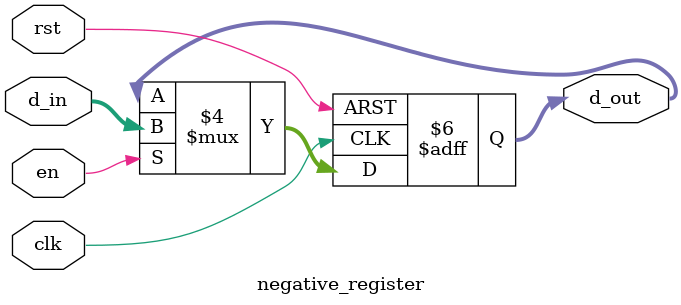
<source format=v>

module negative_register(d_in, d_out, en, clk, rst);
	parameter DATA_WIDTH = 32;
	parameter RESET_VALUE = 0;
	input [DATA_WIDTH-1:0] d_in;
	input clk, rst, en;
	output reg [DATA_WIDTH-1:0] d_out;
	
	always @(negedge clk, negedge rst) begin
		if (~rst)
			d_out = RESET_VALUE;
		else if (en)
			d_out = d_in;
		else
			d_out = d_out;
	end
	
endmodule

</source>
